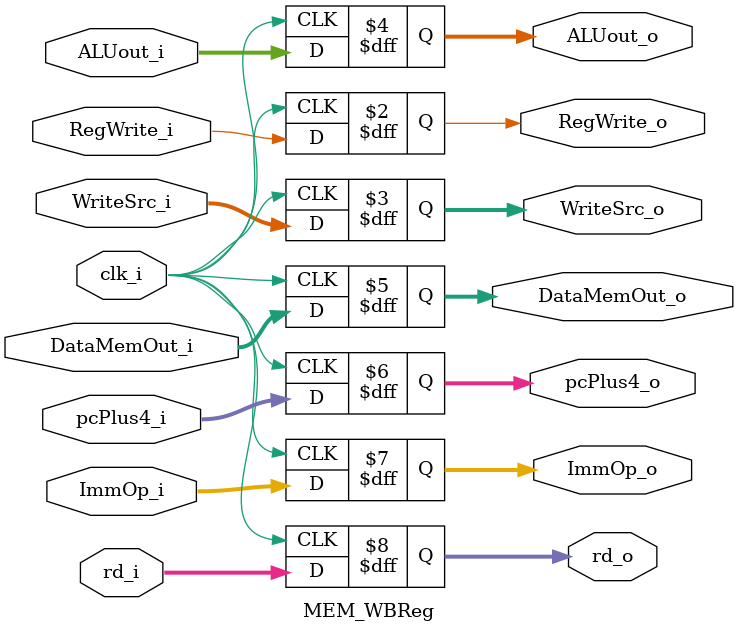
<source format=sv>
module MEM_WBReg (
  input logic 				clk_i,
	input logic 				RegWrite_i,
  input logic [1:0] 	WriteSrc_i,
  input logic [31:0] 	ALUout_i,
  input logic [31:0] 	DataMemOut_i,
  input logic [31:0] 	pcPlus4_i,
  input logic [31:0] 	ImmOp_i,
  input logic [4:0]   rd_i,

	output logic 				RegWrite_o,
  output logic [1:0] 	WriteSrc_o,
  output logic [31:0] ALUout_o,
  output logic [31:0] DataMemOut_o,
  output logic [31:0] pcPlus4_o,
  output logic [31:0] ImmOp_o,
  output logic [4:0]  rd_o
);

always_ff @(posedge clk_i) begin
  RegWrite_o <= RegWrite_i;
  WriteSrc_o <= WriteSrc_i;
  ALUout_o <= ALUout_i;
  DataMemOut_o <= DataMemOut_i;
  pcPlus4_o <= pcPlus4_i;
  ImmOp_o <= ImmOp_i;
  rd_o <= rd_i;
end

endmodule

</source>
